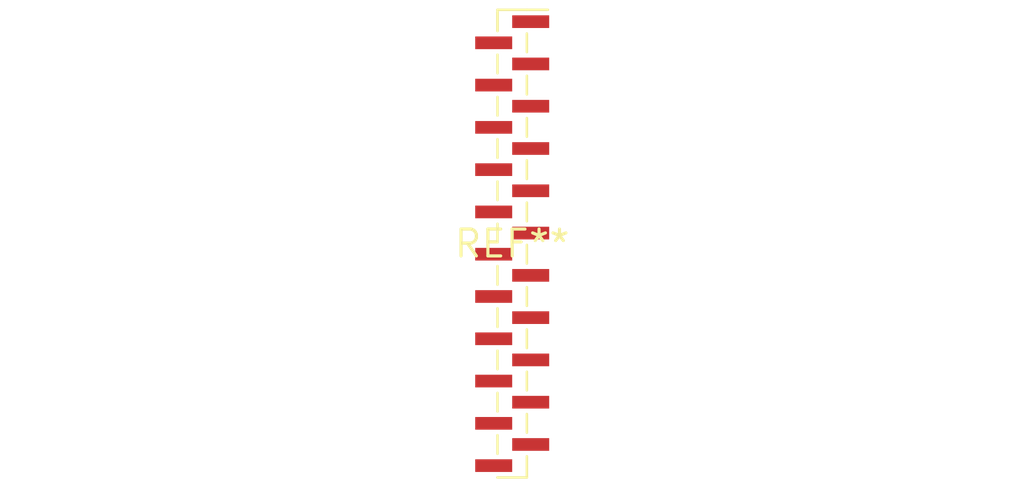
<source format=kicad_pcb>
(kicad_pcb (version 20240108) (generator pcbnew)
  (layers (0 "F.Cu" signal) (31 "B.Cu" signal) (34 "B.Paste" user) (35 "F.Paste" user) (36 "B.SilkS" user "B.Silkscreen") (37 "F.SilkS" user "F.Silkscreen") (38 "B.Mask" user) (39 "F.Mask" user) (44 "Edge.Cuts" user))
  (net 0 "")
  (footprint "PinHeader_1x22_P1.00mm_Vertical_SMD_Pin1Right" (layer "F.Cu") (at 0 0)
    (property "Reference" "REF**")
    (property "Value" "PinHeader_1x22_P1.00mm_Vertical_SMD_Pin1Right")
    (fp_line (start -0.695 -11.06) (end -0.695 -10.06) (layer "F.SilkS") (stroke (width 0.12)))
    (fp_line (start -0.695 -11.06) (end 0.695 -11.06) (layer "F.SilkS") (stroke (width 0.12)))
    (fp_line (start -0.695 -10.94) (end -0.695 -10.06) (layer "F.SilkS") (stroke (width 0.12)))
    (fp_line (start -0.695 -8.94) (end -0.695 -8.06) (layer "F.SilkS") (stroke (width 0.12)))
    (fp_line (start -0.695 -6.94) (end -0.695 -6.06) (layer "F.SilkS") (stroke (width 0.12)))
    (fp_line (start -0.695 -4.94) (end -0.695 -4.06) (layer "F.SilkS") (stroke (width 0.12)))
    (fp_line (start -0.695 -2.94) (end -0.695 -2.06) (layer "F.SilkS") (stroke (width 0.12)))
    (fp_line (start -0.695 -0.94) (end -0.695 -0.06) (layer "F.SilkS") (stroke (width 0.12)))
    (fp_line (start -0.695 1.06) (end -0.695 1.94) (layer "F.SilkS") (stroke (width 0.12)))
    (fp_line (start -0.695 3.06) (end -0.695 3.94) (layer "F.SilkS") (stroke (width 0.12)))
    (fp_line (start -0.695 5.06) (end -0.695 5.94) (layer "F.SilkS") (stroke (width 0.12)))
    (fp_line (start -0.695 7.06) (end -0.695 7.94) (layer "F.SilkS") (stroke (width 0.12)))
    (fp_line (start -0.695 9.06) (end -0.695 9.94) (layer "F.SilkS") (stroke (width 0.12)))
    (fp_line (start -0.695 11.06) (end -0.695 11.06) (layer "F.SilkS") (stroke (width 0.12)))
    (fp_line (start -0.695 11.06) (end 0.695 11.06) (layer "F.SilkS") (stroke (width 0.12)))
    (fp_line (start 0.695 -11.06) (end 0.695 -11.06) (layer "F.SilkS") (stroke (width 0.12)))
    (fp_line (start 0.695 -11.06) (end 1.69 -11.06) (layer "F.SilkS") (stroke (width 0.12)))
    (fp_line (start 0.695 -9.94) (end 0.695 -9.06) (layer "F.SilkS") (stroke (width 0.12)))
    (fp_line (start 0.695 -7.94) (end 0.695 -7.06) (layer "F.SilkS") (stroke (width 0.12)))
    (fp_line (start 0.695 -5.94) (end 0.695 -5.06) (layer "F.SilkS") (stroke (width 0.12)))
    (fp_line (start 0.695 -3.94) (end 0.695 -3.06) (layer "F.SilkS") (stroke (width 0.12)))
    (fp_line (start 0.695 -1.94) (end 0.695 -1.06) (layer "F.SilkS") (stroke (width 0.12)))
    (fp_line (start 0.695 0.06) (end 0.695 0.94) (layer "F.SilkS") (stroke (width 0.12)))
    (fp_line (start 0.695 2.06) (end 0.695 2.94) (layer "F.SilkS") (stroke (width 0.12)))
    (fp_line (start 0.695 4.06) (end 0.695 4.94) (layer "F.SilkS") (stroke (width 0.12)))
    (fp_line (start 0.695 6.06) (end 0.695 6.94) (layer "F.SilkS") (stroke (width 0.12)))
    (fp_line (start 0.695 8.06) (end 0.695 8.94) (layer "F.SilkS") (stroke (width 0.12)))
    (fp_line (start 0.695 10.06) (end 0.695 11.06) (layer "F.SilkS") (stroke (width 0.12)))
    (pad "1" smd rect (at 0.875 -10.5) (size 1.75 0.6) (layers "F.Cu" "F.Paste" "F.Mask"))
    (pad "2" smd rect (at -0.875 -9.5) (size 1.75 0.6) (layers "F.Cu" "F.Paste" "F.Mask"))
    (pad "3" smd rect (at 0.875 -8.5) (size 1.75 0.6) (layers "F.Cu" "F.Paste" "F.Mask"))
    (pad "4" smd rect (at -0.875 -7.5) (size 1.75 0.6) (layers "F.Cu" "F.Paste" "F.Mask"))
    (pad "5" smd rect (at 0.875 -6.5) (size 1.75 0.6) (layers "F.Cu" "F.Paste" "F.Mask"))
    (pad "6" smd rect (at -0.875 -5.5) (size 1.75 0.6) (layers "F.Cu" "F.Paste" "F.Mask"))
    (pad "7" smd rect (at 0.875 -4.5) (size 1.75 0.6) (layers "F.Cu" "F.Paste" "F.Mask"))
    (pad "8" smd rect (at -0.875 -3.5) (size 1.75 0.6) (layers "F.Cu" "F.Paste" "F.Mask"))
    (pad "9" smd rect (at 0.875 -2.5) (size 1.75 0.6) (layers "F.Cu" "F.Paste" "F.Mask"))
    (pad "10" smd rect (at -0.875 -1.5) (size 1.75 0.6) (layers "F.Cu" "F.Paste" "F.Mask"))
    (pad "11" smd rect (at 0.875 -0.5) (size 1.75 0.6) (layers "F.Cu" "F.Paste" "F.Mask"))
    (pad "12" smd rect (at -0.875 0.5) (size 1.75 0.6) (layers "F.Cu" "F.Paste" "F.Mask"))
    (pad "13" smd rect (at 0.875 1.5) (size 1.75 0.6) (layers "F.Cu" "F.Paste" "F.Mask"))
    (pad "14" smd rect (at -0.875 2.5) (size 1.75 0.6) (layers "F.Cu" "F.Paste" "F.Mask"))
    (pad "15" smd rect (at 0.875 3.5) (size 1.75 0.6) (layers "F.Cu" "F.Paste" "F.Mask"))
    (pad "16" smd rect (at -0.875 4.5) (size 1.75 0.6) (layers "F.Cu" "F.Paste" "F.Mask"))
    (pad "17" smd rect (at 0.875 5.5) (size 1.75 0.6) (layers "F.Cu" "F.Paste" "F.Mask"))
    (pad "18" smd rect (at -0.875 6.5) (size 1.75 0.6) (layers "F.Cu" "F.Paste" "F.Mask"))
    (pad "19" smd rect (at 0.875 7.5) (size 1.75 0.6) (layers "F.Cu" "F.Paste" "F.Mask"))
    (pad "20" smd rect (at -0.875 8.5) (size 1.75 0.6) (layers "F.Cu" "F.Paste" "F.Mask"))
    (pad "21" smd rect (at 0.875 9.5) (size 1.75 0.6) (layers "F.Cu" "F.Paste" "F.Mask"))
    (pad "22" smd rect (at -0.875 10.5) (size 1.75 0.6) (layers "F.Cu" "F.Paste" "F.Mask"))
  )
)
</source>
